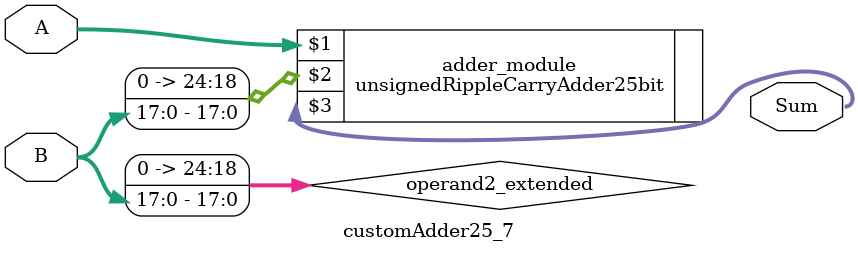
<source format=v>

module customAdder25_7(
                    input [24 : 0] A,
                    input [17 : 0] B,
                    
                    output [25 : 0] Sum
            );

    wire [24 : 0] operand2_extended;
    
    assign operand2_extended =  {7'b0, B};
    
    unsignedRippleCarryAdder25bit adder_module(
        A,
        operand2_extended,
        Sum
    );
    
endmodule
        
</source>
